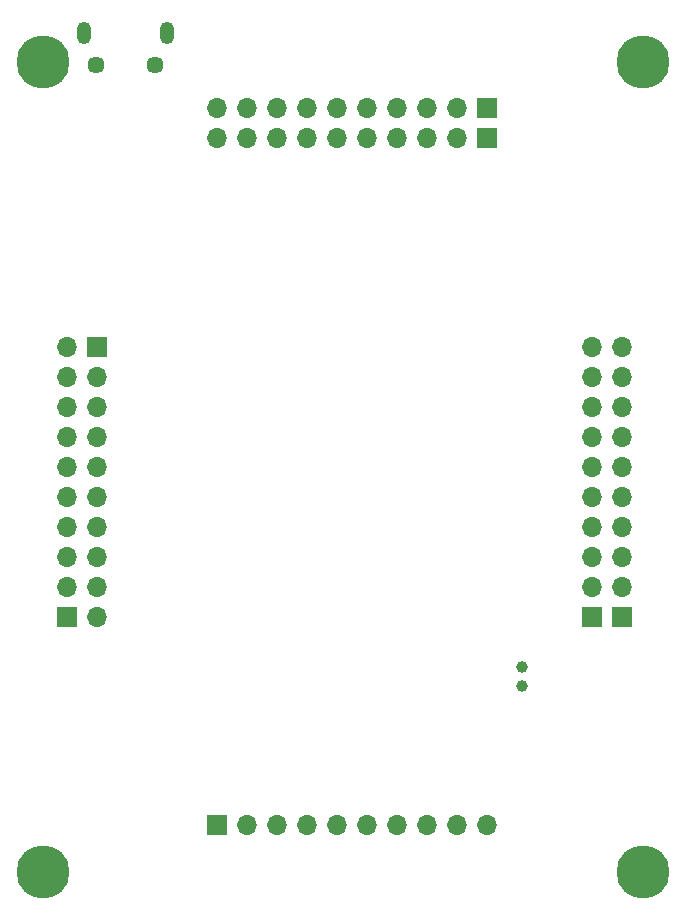
<source format=gbr>
G04 #@! TF.GenerationSoftware,KiCad,Pcbnew,(5.1.5)-3*
G04 #@! TF.CreationDate,2020-01-04T01:11:27+07:00*
G04 #@! TF.ProjectId,main,6d61696e-2e6b-4696-9361-645f70636258,1.2*
G04 #@! TF.SameCoordinates,Original*
G04 #@! TF.FileFunction,Soldermask,Bot*
G04 #@! TF.FilePolarity,Negative*
%FSLAX46Y46*%
G04 Gerber Fmt 4.6, Leading zero omitted, Abs format (unit mm)*
G04 Created by KiCad (PCBNEW (5.1.5)-3) date 2020-01-04 01:11:27*
%MOMM*%
%LPD*%
G04 APERTURE LIST*
%ADD10O,1.700000X1.700000*%
%ADD11R,1.700000X1.700000*%
%ADD12C,1.000000*%
%ADD13O,1.200000X1.900000*%
%ADD14C,1.450000*%
%ADD15C,4.500000*%
G04 APERTURE END LIST*
D10*
X115824000Y-86868000D03*
X115824000Y-89408000D03*
X115824000Y-91948000D03*
X115824000Y-94488000D03*
X115824000Y-97028000D03*
X115824000Y-99568000D03*
X115824000Y-102108000D03*
X115824000Y-104648000D03*
X115824000Y-107188000D03*
D11*
X115824000Y-109728000D03*
D10*
X118364000Y-109738000D03*
X118364000Y-107198000D03*
X118364000Y-104658000D03*
X118364000Y-102118000D03*
X118364000Y-99578000D03*
X118364000Y-97038000D03*
X118364000Y-94498000D03*
X118364000Y-91958000D03*
X118364000Y-89418000D03*
D11*
X118364000Y-86878000D03*
D10*
X151384000Y-127348000D03*
X148844000Y-127348000D03*
X146304000Y-127348000D03*
X143764000Y-127348000D03*
X141224000Y-127348000D03*
X138684000Y-127348000D03*
X136144000Y-127348000D03*
X133604000Y-127348000D03*
X131064000Y-127348000D03*
D11*
X128524000Y-127348000D03*
D10*
X160274000Y-86868000D03*
X160274000Y-89408000D03*
X160274000Y-91948000D03*
X160274000Y-94488000D03*
X160274000Y-97028000D03*
X160274000Y-99568000D03*
X160274000Y-102108000D03*
X160274000Y-104648000D03*
X160274000Y-107188000D03*
D11*
X160274000Y-109728000D03*
D10*
X162814000Y-86868000D03*
X162814000Y-89408000D03*
X162814000Y-91948000D03*
X162814000Y-94488000D03*
X162814000Y-97028000D03*
X162814000Y-99568000D03*
X162814000Y-102108000D03*
X162814000Y-104648000D03*
X162814000Y-107188000D03*
D11*
X162814000Y-109728000D03*
D10*
X128524000Y-66708000D03*
X131064000Y-66708000D03*
X133604000Y-66708000D03*
X136144000Y-66708000D03*
X138684000Y-66708000D03*
X141224000Y-66708000D03*
X143764000Y-66708000D03*
X146304000Y-66708000D03*
X148844000Y-66708000D03*
D11*
X151384000Y-66708000D03*
D10*
X128524000Y-69248000D03*
X131064000Y-69248000D03*
X133604000Y-69248000D03*
X136144000Y-69248000D03*
X138684000Y-69248000D03*
X141224000Y-69248000D03*
X143764000Y-69248000D03*
X146304000Y-69248000D03*
X148844000Y-69248000D03*
D11*
X151384000Y-69248000D03*
D12*
X154336000Y-113972000D03*
X154336000Y-115623000D03*
D13*
X117262000Y-60357500D03*
X124262000Y-60357500D03*
D14*
X118262000Y-63057500D03*
X123262000Y-63057500D03*
D15*
X113792000Y-131318000D03*
X113792000Y-62738000D03*
X164592000Y-62738000D03*
X164592000Y-131318000D03*
M02*

</source>
